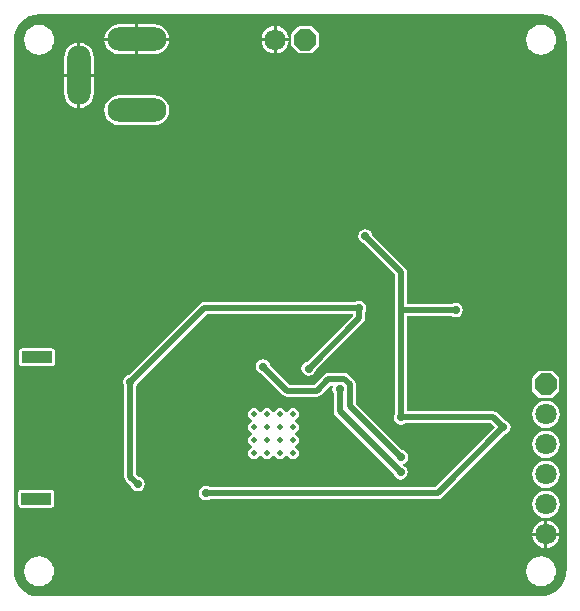
<source format=gbl>
G04 Layer_Physical_Order=2*
G04 Layer_Color=16711680*
%FSLAX43Y43*%
%MOMM*%
G71*
G01*
G75*
%ADD36C,0.500*%
%ADD40R,2.500X1.000*%
%ADD41C,1.800*%
%ADD42P,1.948X8X292.5*%
%ADD43O,5.000X2.000*%
%ADD44O,2.000X5.000*%
%ADD45P,1.948X8X202.5*%
%ADD46C,0.700*%
%ADD47C,0.500*%
G36*
X45417Y49603D02*
X45818Y49481D01*
X46187Y49284D01*
X46511Y49018D01*
X46777Y48694D01*
X46974Y48325D01*
X47096Y47924D01*
X47136Y47512D01*
X47132Y47508D01*
X47132D01*
X47160Y47369D01*
X47164Y47363D01*
Y2625D01*
X47139Y2499D01*
X47139D01*
X47143Y2495D01*
X47103Y2083D01*
X46981Y1682D01*
X46784Y1313D01*
X46518Y989D01*
X46194Y723D01*
X45825Y526D01*
X45424Y404D01*
X45012Y364D01*
X45008Y368D01*
Y368D01*
X44974Y361D01*
X2623D01*
X2500Y361D01*
X2499Y361D01*
X2375Y369D01*
X2083Y397D01*
X1682Y519D01*
X1313Y716D01*
X989Y982D01*
X723Y1306D01*
X526Y1675D01*
X404Y2076D01*
X364Y2488D01*
X368Y2492D01*
X368D01*
X361Y2526D01*
Y47377D01*
X361Y47500D01*
X361Y47501D01*
X369Y47625D01*
X397Y47917D01*
X519Y48318D01*
X716Y48687D01*
X982Y49011D01*
X1306Y49277D01*
X1675Y49474D01*
X2076Y49596D01*
X2488Y49636D01*
X2492Y49632D01*
Y49632D01*
X2526Y49639D01*
X45048D01*
X45417Y49603D01*
D02*
G37*
%LPC*%
G36*
X45400Y14409D02*
X45099Y14369D01*
X44818Y14253D01*
X44577Y14068D01*
X44392Y13827D01*
X44276Y13546D01*
X44236Y13245D01*
X44276Y12944D01*
X44392Y12663D01*
X44577Y12422D01*
X44818Y12237D01*
X45099Y12121D01*
X45400Y12081D01*
X45701Y12121D01*
X45982Y12237D01*
X46223Y12422D01*
X46408Y12663D01*
X46524Y12944D01*
X46564Y13245D01*
X46524Y13546D01*
X46408Y13827D01*
X46223Y14068D01*
X45982Y14253D01*
X45701Y14369D01*
X45400Y14409D01*
D02*
G37*
G36*
Y16949D02*
X45099Y16909D01*
X44818Y16793D01*
X44577Y16608D01*
X44392Y16367D01*
X44276Y16086D01*
X44236Y15785D01*
X44276Y15484D01*
X44392Y15203D01*
X44577Y14962D01*
X44818Y14777D01*
X45099Y14661D01*
X45400Y14621D01*
X45701Y14661D01*
X45982Y14777D01*
X46223Y14962D01*
X46408Y15203D01*
X46524Y15484D01*
X46564Y15785D01*
X46524Y16086D01*
X46408Y16367D01*
X46223Y16608D01*
X45982Y16793D01*
X45701Y16909D01*
X45400Y16949D01*
D02*
G37*
G36*
Y11869D02*
X45099Y11829D01*
X44818Y11713D01*
X44577Y11528D01*
X44392Y11287D01*
X44276Y11006D01*
X44236Y10705D01*
X44276Y10404D01*
X44392Y10123D01*
X44577Y9882D01*
X44818Y9697D01*
X45099Y9581D01*
X45400Y9541D01*
X45701Y9581D01*
X45982Y9697D01*
X46223Y9882D01*
X46408Y10123D01*
X46524Y10404D01*
X46564Y10705D01*
X46524Y11006D01*
X46408Y11287D01*
X46223Y11528D01*
X45982Y11713D01*
X45701Y11829D01*
X45400Y11869D01*
D02*
G37*
G36*
X21450Y20441D02*
X21214Y20394D01*
X21015Y20260D01*
X20881Y20061D01*
X20834Y19825D01*
X20881Y19589D01*
X21015Y19390D01*
X21214Y19256D01*
X21312Y19237D01*
X23137Y17412D01*
X23303Y17300D01*
X23500Y17261D01*
X26000D01*
X26197Y17300D01*
X26363Y17412D01*
X27212Y18261D01*
X27332Y18251D01*
X27387Y18144D01*
X27381Y18136D01*
X27334Y17900D01*
X27381Y17664D01*
X27436Y17582D01*
Y16025D01*
X27475Y15828D01*
X27587Y15662D01*
X32512Y10737D01*
X32531Y10639D01*
X32665Y10440D01*
X32864Y10306D01*
X33100Y10259D01*
X33336Y10306D01*
X33535Y10440D01*
X33669Y10639D01*
X33716Y10875D01*
X33669Y11111D01*
X33535Y11310D01*
X33336Y11444D01*
X33329Y11445D01*
Y11575D01*
X33361Y11581D01*
X33560Y11715D01*
X33694Y11914D01*
X33741Y12150D01*
X33694Y12386D01*
X33560Y12585D01*
X33361Y12719D01*
X33263Y12738D01*
X29318Y16684D01*
Y18321D01*
X29279Y18518D01*
X29167Y18684D01*
X28713Y19138D01*
X28547Y19250D01*
X28350Y19289D01*
X27000D01*
X26803Y19250D01*
X26637Y19138D01*
X25787Y18289D01*
X23713D01*
X22038Y19963D01*
X22019Y20061D01*
X21885Y20260D01*
X21686Y20394D01*
X21450Y20441D01*
D02*
G37*
G36*
X29600Y25391D02*
X29364Y25344D01*
X29282Y25289D01*
X16475D01*
X16278Y25250D01*
X16112Y25138D01*
X10087Y19113D01*
X9989Y19094D01*
X9790Y18960D01*
X9656Y18761D01*
X9609Y18525D01*
X9656Y18289D01*
X9711Y18207D01*
Y10500D01*
X9750Y10303D01*
X9862Y10137D01*
X10262Y9737D01*
X10281Y9639D01*
X10415Y9440D01*
X10614Y9306D01*
X10850Y9259D01*
X11086Y9306D01*
X11285Y9440D01*
X11419Y9639D01*
X11466Y9875D01*
X11419Y10111D01*
X11285Y10310D01*
X11086Y10444D01*
X10988Y10463D01*
X10739Y10713D01*
Y18207D01*
X10794Y18289D01*
X10813Y18387D01*
X16688Y24261D01*
X29077D01*
X29082Y24134D01*
X25187Y20238D01*
X25089Y20219D01*
X24890Y20085D01*
X24756Y19886D01*
X24709Y19650D01*
X24756Y19414D01*
X24890Y19215D01*
X25089Y19081D01*
X25325Y19034D01*
X25561Y19081D01*
X25760Y19215D01*
X25894Y19414D01*
X25913Y19512D01*
X29963Y23562D01*
X30075Y23728D01*
X30114Y23925D01*
Y24457D01*
X30169Y24539D01*
X30216Y24775D01*
X30169Y25011D01*
X30035Y25210D01*
X29836Y25344D01*
X29600Y25391D01*
D02*
G37*
G36*
X3575Y21359D02*
X1075D01*
X976Y21339D01*
X892Y21283D01*
X836Y21199D01*
X816Y21100D01*
Y20100D01*
X836Y20001D01*
X892Y19917D01*
X976Y19861D01*
X1075Y19841D01*
X3575D01*
X3674Y19861D01*
X3758Y19917D01*
X3814Y20001D01*
X3834Y20100D01*
Y21100D01*
X3814Y21199D01*
X3758Y21283D01*
X3674Y21339D01*
X3575Y21359D01*
D02*
G37*
G36*
X24000Y16314D02*
X23803Y16275D01*
X23637Y16163D01*
X23525Y15997D01*
X23515Y15944D01*
X23385D01*
X23375Y15997D01*
X23263Y16163D01*
X23097Y16275D01*
X22900Y16314D01*
X22703Y16275D01*
X22537Y16163D01*
X22425Y15997D01*
X22415Y15944D01*
X22285D01*
X22275Y15997D01*
X22163Y16163D01*
X21997Y16275D01*
X21800Y16314D01*
X21603Y16275D01*
X21437Y16163D01*
X21325Y15997D01*
X21315Y15944D01*
X21185D01*
X21175Y15997D01*
X21063Y16163D01*
X20897Y16275D01*
X20700Y16314D01*
X20503Y16275D01*
X20337Y16163D01*
X20225Y15997D01*
X20186Y15800D01*
X20225Y15603D01*
X20337Y15437D01*
X20503Y15325D01*
X20556Y15315D01*
Y15185D01*
X20503Y15175D01*
X20337Y15063D01*
X20225Y14897D01*
X20186Y14700D01*
X20225Y14503D01*
X20337Y14337D01*
X20503Y14225D01*
X20556Y14215D01*
Y14085D01*
X20503Y14075D01*
X20337Y13963D01*
X20225Y13797D01*
X20186Y13600D01*
X20225Y13403D01*
X20337Y13237D01*
X20503Y13125D01*
X20556Y13115D01*
Y12985D01*
X20503Y12975D01*
X20337Y12863D01*
X20225Y12697D01*
X20186Y12500D01*
X20225Y12303D01*
X20337Y12137D01*
X20503Y12025D01*
X20700Y11986D01*
X20897Y12025D01*
X21063Y12137D01*
X21175Y12303D01*
X21185Y12356D01*
X21315D01*
X21325Y12303D01*
X21437Y12137D01*
X21603Y12025D01*
X21800Y11986D01*
X21997Y12025D01*
X22163Y12137D01*
X22275Y12303D01*
X22285Y12356D01*
X22415D01*
X22425Y12303D01*
X22537Y12137D01*
X22703Y12025D01*
X22900Y11986D01*
X23097Y12025D01*
X23263Y12137D01*
X23375Y12303D01*
X23385Y12356D01*
X23515D01*
X23525Y12303D01*
X23637Y12137D01*
X23803Y12025D01*
X24000Y11986D01*
X24197Y12025D01*
X24363Y12137D01*
X24475Y12303D01*
X24514Y12500D01*
X24475Y12697D01*
X24363Y12863D01*
X24197Y12975D01*
X24144Y12985D01*
Y13115D01*
X24197Y13125D01*
X24363Y13237D01*
X24475Y13403D01*
X24514Y13600D01*
X24475Y13797D01*
X24363Y13963D01*
X24197Y14075D01*
X24144Y14085D01*
Y14215D01*
X24197Y14225D01*
X24363Y14337D01*
X24475Y14503D01*
X24514Y14700D01*
X24475Y14897D01*
X24363Y15063D01*
X24197Y15175D01*
X24144Y15185D01*
Y15315D01*
X24197Y15325D01*
X24363Y15437D01*
X24475Y15603D01*
X24514Y15800D01*
X24475Y15997D01*
X24363Y16163D01*
X24197Y16275D01*
X24000Y16314D01*
D02*
G37*
G36*
X45850Y19484D02*
X44950D01*
X44851Y19464D01*
X44767Y19408D01*
X44317Y18958D01*
X44261Y18874D01*
X44241Y18775D01*
Y17875D01*
X44261Y17776D01*
X44317Y17692D01*
X44767Y17242D01*
X44851Y17186D01*
X44950Y17166D01*
X45850D01*
X45949Y17186D01*
X46033Y17242D01*
X46483Y17692D01*
X46539Y17776D01*
X46559Y17875D01*
Y18775D01*
X46539Y18874D01*
X46483Y18958D01*
X46033Y19408D01*
X45949Y19464D01*
X45850Y19484D01*
D02*
G37*
G36*
X45273Y5498D02*
X44253D01*
X44276Y5324D01*
X44392Y5043D01*
X44577Y4802D01*
X44818Y4617D01*
X45099Y4501D01*
X45273Y4478D01*
Y5498D01*
D02*
G37*
G36*
X46547D02*
X45527D01*
Y4478D01*
X45701Y4501D01*
X45982Y4617D01*
X46223Y4802D01*
X46408Y5043D01*
X46524Y5324D01*
X46547Y5498D01*
D02*
G37*
G36*
X2500Y3768D02*
X2483Y3764D01*
X2466Y3765D01*
X2205Y3731D01*
X2173Y3720D01*
X2140Y3714D01*
X1897Y3613D01*
X1868Y3594D01*
X1838Y3579D01*
X1629Y3419D01*
X1607Y3393D01*
X1581Y3371D01*
X1421Y3162D01*
X1406Y3132D01*
X1387Y3103D01*
X1286Y2860D01*
X1280Y2827D01*
X1269Y2795D01*
X1235Y2534D01*
X1237Y2500D01*
X1235Y2466D01*
X1269Y2205D01*
X1280Y2173D01*
X1286Y2140D01*
X1387Y1897D01*
X1406Y1868D01*
X1421Y1838D01*
X1581Y1629D01*
X1607Y1607D01*
X1629Y1581D01*
X1838Y1421D01*
X1868Y1406D01*
X1897Y1387D01*
X2140Y1286D01*
X2173Y1280D01*
X2205Y1269D01*
X2466Y1235D01*
X2483Y1236D01*
X2500Y1232D01*
X2517Y1236D01*
X2534Y1235D01*
X2795Y1269D01*
X2827Y1280D01*
X2860Y1286D01*
X3103Y1387D01*
X3132Y1406D01*
X3162Y1421D01*
X3371Y1581D01*
X3393Y1607D01*
X3419Y1629D01*
X3579Y1838D01*
X3594Y1868D01*
X3613Y1897D01*
X3714Y2140D01*
X3720Y2173D01*
X3731Y2205D01*
X3765Y2466D01*
X3763Y2500D01*
X3765Y2534D01*
X3731Y2795D01*
X3720Y2827D01*
X3714Y2860D01*
X3613Y3103D01*
X3594Y3132D01*
X3579Y3162D01*
X3419Y3371D01*
X3393Y3393D01*
X3371Y3419D01*
X3162Y3579D01*
X3132Y3594D01*
X3103Y3613D01*
X2860Y3714D01*
X2827Y3720D01*
X2795Y3731D01*
X2534Y3765D01*
X2517Y3764D01*
X2500Y3768D01*
D02*
G37*
G36*
X45000D02*
X44983Y3764D01*
X44966Y3765D01*
X44705Y3731D01*
X44673Y3720D01*
X44640Y3714D01*
X44397Y3613D01*
X44368Y3594D01*
X44338Y3579D01*
X44129Y3419D01*
X44107Y3393D01*
X44081Y3371D01*
X43921Y3162D01*
X43906Y3132D01*
X43887Y3103D01*
X43786Y2860D01*
X43780Y2827D01*
X43769Y2795D01*
X43735Y2534D01*
X43737Y2500D01*
X43735Y2466D01*
X43769Y2205D01*
X43780Y2173D01*
X43786Y2140D01*
X43887Y1897D01*
X43906Y1868D01*
X43921Y1838D01*
X44081Y1629D01*
X44107Y1607D01*
X44129Y1581D01*
X44338Y1421D01*
X44368Y1406D01*
X44397Y1387D01*
X44640Y1286D01*
X44673Y1280D01*
X44705Y1269D01*
X44966Y1235D01*
X44983Y1236D01*
X45000Y1232D01*
X45017Y1236D01*
X45034Y1235D01*
X45295Y1269D01*
X45327Y1280D01*
X45360Y1286D01*
X45603Y1387D01*
X45632Y1406D01*
X45662Y1421D01*
X45871Y1581D01*
X45893Y1607D01*
X45919Y1629D01*
X46079Y1838D01*
X46094Y1868D01*
X46113Y1897D01*
X46214Y2140D01*
X46220Y2173D01*
X46231Y2205D01*
X46265Y2466D01*
X46263Y2500D01*
X46265Y2534D01*
X46231Y2795D01*
X46220Y2827D01*
X46214Y2860D01*
X46113Y3103D01*
X46094Y3132D01*
X46079Y3162D01*
X45919Y3371D01*
X45893Y3393D01*
X45871Y3419D01*
X45662Y3579D01*
X45632Y3594D01*
X45603Y3613D01*
X45360Y3714D01*
X45327Y3720D01*
X45295Y3731D01*
X45034Y3765D01*
X45017Y3764D01*
X45000Y3768D01*
D02*
G37*
G36*
X45400Y9329D02*
X45099Y9289D01*
X44818Y9173D01*
X44577Y8988D01*
X44392Y8747D01*
X44276Y8466D01*
X44236Y8165D01*
X44276Y7864D01*
X44392Y7583D01*
X44577Y7342D01*
X44818Y7157D01*
X45099Y7041D01*
X45400Y7001D01*
X45701Y7041D01*
X45982Y7157D01*
X46223Y7342D01*
X46408Y7583D01*
X46524Y7864D01*
X46564Y8165D01*
X46524Y8466D01*
X46408Y8747D01*
X46223Y8988D01*
X45982Y9173D01*
X45701Y9289D01*
X45400Y9329D01*
D02*
G37*
G36*
X3500Y9409D02*
X1000D01*
X901Y9389D01*
X817Y9333D01*
X761Y9249D01*
X741Y9150D01*
Y8150D01*
X761Y8051D01*
X817Y7967D01*
X901Y7911D01*
X1000Y7891D01*
X3500D01*
X3599Y7911D01*
X3683Y7967D01*
X3739Y8051D01*
X3759Y8150D01*
Y9150D01*
X3739Y9249D01*
X3683Y9333D01*
X3599Y9389D01*
X3500Y9409D01*
D02*
G37*
G36*
X45273Y6772D02*
X45099Y6749D01*
X44818Y6633D01*
X44577Y6448D01*
X44392Y6207D01*
X44276Y5926D01*
X44253Y5752D01*
X45273D01*
Y6772D01*
D02*
G37*
G36*
X45527D02*
Y5752D01*
X46547D01*
X46524Y5926D01*
X46408Y6207D01*
X46223Y6448D01*
X45982Y6633D01*
X45701Y6749D01*
X45527Y6772D01*
D02*
G37*
G36*
X30125Y31466D02*
X29889Y31419D01*
X29690Y31285D01*
X29556Y31086D01*
X29509Y30850D01*
X29556Y30614D01*
X29690Y30415D01*
X29889Y30281D01*
X29987Y30262D01*
X32636Y27612D01*
Y24575D01*
Y15843D01*
X32581Y15761D01*
X32534Y15525D01*
X32581Y15289D01*
X32715Y15090D01*
X32914Y14956D01*
X33150Y14909D01*
X33386Y14956D01*
X33468Y15011D01*
X40737D01*
X41073Y14675D01*
X36037Y9639D01*
X16968D01*
X16886Y9694D01*
X16650Y9741D01*
X16414Y9694D01*
X16215Y9560D01*
X16081Y9361D01*
X16034Y9125D01*
X16081Y8889D01*
X16215Y8690D01*
X16414Y8556D01*
X16650Y8509D01*
X16886Y8556D01*
X16968Y8611D01*
X36250D01*
X36447Y8650D01*
X36613Y8762D01*
X41938Y14087D01*
X42036Y14106D01*
X42235Y14240D01*
X42369Y14439D01*
X42416Y14675D01*
X42369Y14911D01*
X42235Y15110D01*
X42036Y15244D01*
X41938Y15263D01*
X41313Y15888D01*
X41147Y16000D01*
X40950Y16039D01*
X33664D01*
Y24111D01*
X37457D01*
X37539Y24056D01*
X37775Y24009D01*
X38011Y24056D01*
X38210Y24190D01*
X38344Y24389D01*
X38391Y24625D01*
X38344Y24861D01*
X38210Y25060D01*
X38011Y25194D01*
X37775Y25241D01*
X37539Y25194D01*
X37457Y25139D01*
X33664D01*
Y27825D01*
X33625Y28022D01*
X33513Y28188D01*
X30713Y30988D01*
X30694Y31086D01*
X30560Y31285D01*
X30361Y31419D01*
X30125Y31466D01*
D02*
G37*
G36*
X22358Y48647D02*
X22184Y48624D01*
X21903Y48508D01*
X21662Y48323D01*
X21477Y48082D01*
X21361Y47801D01*
X21338Y47627D01*
X22358D01*
Y48647D01*
D02*
G37*
G36*
X22612Y48647D02*
Y47627D01*
X23632D01*
X23609Y47801D01*
X23493Y48082D01*
X23308Y48323D01*
X23067Y48508D01*
X22786Y48624D01*
X22612Y48647D01*
D02*
G37*
G36*
X22358Y47373D02*
X21338D01*
X21361Y47199D01*
X21477Y46918D01*
X21662Y46677D01*
X21903Y46492D01*
X22184Y46376D01*
X22358Y46353D01*
Y47373D01*
D02*
G37*
G36*
X23632D02*
X22612D01*
Y46353D01*
X22786Y46376D01*
X23067Y46492D01*
X23308Y46677D01*
X23493Y46918D01*
X23609Y47199D01*
X23632Y47373D01*
D02*
G37*
G36*
X2500Y48768D02*
X2483Y48764D01*
X2466Y48765D01*
X2205Y48731D01*
X2173Y48720D01*
X2140Y48714D01*
X1897Y48613D01*
X1868Y48594D01*
X1838Y48579D01*
X1629Y48419D01*
X1607Y48393D01*
X1581Y48371D01*
X1421Y48162D01*
X1406Y48132D01*
X1387Y48103D01*
X1286Y47860D01*
X1280Y47827D01*
X1269Y47795D01*
X1235Y47534D01*
X1237Y47500D01*
X1235Y47466D01*
X1269Y47205D01*
X1280Y47173D01*
X1286Y47140D01*
X1387Y46897D01*
X1406Y46868D01*
X1421Y46838D01*
X1581Y46629D01*
X1607Y46607D01*
X1629Y46581D01*
X1838Y46421D01*
X1868Y46406D01*
X1897Y46387D01*
X2140Y46286D01*
X2173Y46280D01*
X2205Y46269D01*
X2466Y46235D01*
X2483Y46236D01*
X2500Y46232D01*
X2517Y46236D01*
X2534Y46235D01*
X2795Y46269D01*
X2827Y46280D01*
X2860Y46286D01*
X3103Y46387D01*
X3132Y46406D01*
X3162Y46421D01*
X3371Y46581D01*
X3393Y46607D01*
X3419Y46629D01*
X3579Y46838D01*
X3594Y46868D01*
X3613Y46897D01*
X3714Y47140D01*
X3720Y47173D01*
X3731Y47205D01*
X3765Y47466D01*
X3763Y47500D01*
X3765Y47534D01*
X3731Y47795D01*
X3720Y47827D01*
X3714Y47860D01*
X3613Y48103D01*
X3594Y48132D01*
X3579Y48162D01*
X3419Y48371D01*
X3393Y48393D01*
X3371Y48419D01*
X3162Y48579D01*
X3132Y48594D01*
X3103Y48613D01*
X2860Y48714D01*
X2827Y48720D01*
X2795Y48731D01*
X2534Y48765D01*
X2517Y48764D01*
X2500Y48768D01*
D02*
G37*
G36*
X45000D02*
X44983Y48764D01*
X44966Y48765D01*
X44705Y48731D01*
X44673Y48720D01*
X44640Y48714D01*
X44397Y48613D01*
X44368Y48594D01*
X44338Y48579D01*
X44129Y48419D01*
X44107Y48393D01*
X44081Y48371D01*
X43921Y48162D01*
X43906Y48132D01*
X43887Y48103D01*
X43786Y47860D01*
X43780Y47827D01*
X43769Y47795D01*
X43735Y47534D01*
X43737Y47500D01*
X43735Y47466D01*
X43769Y47205D01*
X43780Y47173D01*
X43786Y47140D01*
X43887Y46897D01*
X43906Y46868D01*
X43921Y46838D01*
X44081Y46629D01*
X44107Y46607D01*
X44129Y46581D01*
X44338Y46421D01*
X44368Y46406D01*
X44397Y46387D01*
X44640Y46286D01*
X44673Y46280D01*
X44705Y46269D01*
X44966Y46235D01*
X44983Y46236D01*
X45000Y46232D01*
X45017Y46236D01*
X45034Y46235D01*
X45295Y46269D01*
X45327Y46280D01*
X45360Y46286D01*
X45603Y46387D01*
X45632Y46406D01*
X45662Y46421D01*
X45871Y46581D01*
X45893Y46607D01*
X45919Y46629D01*
X46079Y46838D01*
X46094Y46868D01*
X46113Y46897D01*
X46214Y47140D01*
X46220Y47173D01*
X46231Y47205D01*
X46265Y47466D01*
X46263Y47500D01*
X46265Y47534D01*
X46231Y47795D01*
X46220Y47827D01*
X46214Y47860D01*
X46113Y48103D01*
X46094Y48132D01*
X46079Y48162D01*
X45919Y48371D01*
X45893Y48393D01*
X45871Y48419D01*
X45662Y48579D01*
X45632Y48594D01*
X45603Y48613D01*
X45360Y48714D01*
X45327Y48720D01*
X45295Y48731D01*
X45034Y48765D01*
X45017Y48764D01*
X45000Y48768D01*
D02*
G37*
G36*
X10648Y48790D02*
X9275D01*
X8948Y48747D01*
X8643Y48620D01*
X8381Y48419D01*
X8180Y48157D01*
X8053Y47852D01*
X8027Y47652D01*
X10648D01*
Y48790D01*
D02*
G37*
G36*
X12275D02*
X10902D01*
Y47652D01*
X13523D01*
X13497Y47852D01*
X13370Y48157D01*
X13169Y48419D01*
X12907Y48620D01*
X12602Y48747D01*
X12275Y48790D01*
D02*
G37*
G36*
X7140Y44348D02*
X6002D01*
Y41727D01*
X6202Y41753D01*
X6507Y41880D01*
X6769Y42081D01*
X6970Y42343D01*
X7097Y42648D01*
X7140Y42975D01*
Y44348D01*
D02*
G37*
G36*
X5748Y47223D02*
X5548Y47197D01*
X5243Y47070D01*
X4981Y46869D01*
X4780Y46607D01*
X4653Y46302D01*
X4610Y45975D01*
Y44602D01*
X5748D01*
Y47223D01*
D02*
G37*
G36*
X12275Y42790D02*
X9275D01*
X8948Y42747D01*
X8643Y42620D01*
X8381Y42419D01*
X8180Y42157D01*
X8053Y41852D01*
X8010Y41525D01*
X8053Y41198D01*
X8180Y40893D01*
X8381Y40631D01*
X8643Y40430D01*
X8948Y40303D01*
X9275Y40260D01*
X12275D01*
X12602Y40303D01*
X12907Y40430D01*
X13169Y40631D01*
X13370Y40893D01*
X13497Y41198D01*
X13540Y41525D01*
X13497Y41852D01*
X13370Y42157D01*
X13169Y42419D01*
X12907Y42620D01*
X12602Y42747D01*
X12275Y42790D01*
D02*
G37*
G36*
X5748Y44348D02*
X4610D01*
Y42975D01*
X4653Y42648D01*
X4780Y42343D01*
X4981Y42081D01*
X5243Y41880D01*
X5548Y41753D01*
X5748Y41727D01*
Y44348D01*
D02*
G37*
G36*
X13523Y47398D02*
X10902D01*
Y46260D01*
X12275D01*
X12602Y46303D01*
X12907Y46430D01*
X13169Y46631D01*
X13370Y46893D01*
X13497Y47198D01*
X13523Y47398D01*
D02*
G37*
G36*
X25475Y48659D02*
X24575D01*
X24476Y48639D01*
X24392Y48583D01*
X23942Y48133D01*
X23886Y48049D01*
X23866Y47950D01*
Y47050D01*
X23886Y46951D01*
X23942Y46867D01*
X24392Y46417D01*
X24476Y46361D01*
X24575Y46341D01*
X25475D01*
X25574Y46361D01*
X25658Y46417D01*
X26108Y46867D01*
X26164Y46951D01*
X26184Y47050D01*
Y47950D01*
X26164Y48049D01*
X26108Y48133D01*
X25658Y48583D01*
X25574Y48639D01*
X25475Y48659D01*
D02*
G37*
G36*
X6002Y47223D02*
Y44602D01*
X7140D01*
Y45975D01*
X7097Y46302D01*
X6970Y46607D01*
X6769Y46869D01*
X6507Y47070D01*
X6202Y47197D01*
X6002Y47223D01*
D02*
G37*
G36*
X10648Y47398D02*
X8027D01*
X8053Y47198D01*
X8180Y46893D01*
X8381Y46631D01*
X8643Y46430D01*
X8948Y46303D01*
X9275Y46260D01*
X10648D01*
Y47398D01*
D02*
G37*
%LPD*%
D36*
X29600Y23925D02*
Y24775D01*
X25325Y19650D02*
X29600Y23925D01*
X21450Y19825D02*
X23500Y17775D01*
X26000D01*
X27000Y18775D01*
X28350D01*
X28804Y18321D01*
X33150Y24575D02*
Y27825D01*
Y15525D02*
Y24575D01*
X33200Y24625D01*
X37775D01*
X28804Y16471D02*
Y18321D01*
Y16471D02*
X33125Y12150D01*
X10225Y10500D02*
X10850Y9875D01*
X10225Y10500D02*
Y18525D01*
X16475Y24775D01*
X29600D01*
X36250Y9125D02*
X41800Y14675D01*
X16650Y9125D02*
X36250D01*
X27950Y16025D02*
X33100Y10875D01*
X27950Y16025D02*
Y17900D01*
X33150Y15525D02*
X40950D01*
X41800Y14675D01*
X30125Y30850D02*
X33150Y27825D01*
D40*
X2325Y20600D02*
D03*
X2250Y8650D02*
D03*
D41*
X45400Y5625D02*
D03*
Y10705D02*
D03*
Y13245D02*
D03*
Y15785D02*
D03*
Y8165D02*
D03*
X22485Y47500D02*
D03*
D42*
X45400Y18325D02*
D03*
D43*
X10775Y41525D02*
D03*
Y47525D02*
D03*
D44*
X5875Y44475D02*
D03*
D45*
X25025Y47500D02*
D03*
D46*
X25325Y19650D02*
D03*
X37775Y24625D02*
D03*
X33150Y15525D02*
D03*
X33125Y12150D02*
D03*
X27950Y17900D02*
D03*
X33100Y10875D02*
D03*
X21450Y19825D02*
D03*
X41800Y14675D02*
D03*
X30125Y30850D02*
D03*
X29600Y24775D02*
D03*
X16650Y9125D02*
D03*
X10850Y9875D02*
D03*
X10225Y18525D02*
D03*
D47*
X20700Y15800D02*
D03*
X21800D02*
D03*
X22900D02*
D03*
X24000D02*
D03*
X20700Y14700D02*
D03*
X21800D02*
D03*
X22900D02*
D03*
X24000D02*
D03*
X20700Y13600D02*
D03*
X21800D02*
D03*
X22900D02*
D03*
X24000D02*
D03*
X20700Y12500D02*
D03*
X21800D02*
D03*
X22900D02*
D03*
X24000D02*
D03*
M02*

</source>
